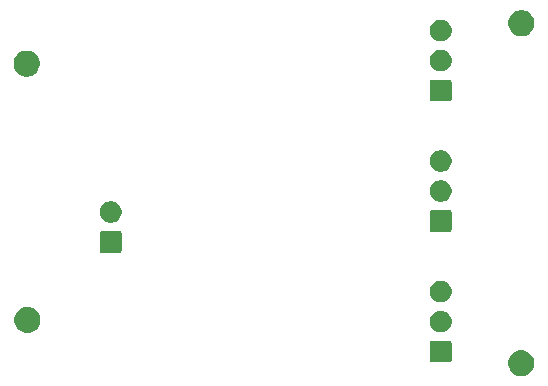
<source format=gbr>
G04 #@! TF.GenerationSoftware,KiCad,Pcbnew,5.1.5-52549c5~84~ubuntu18.04.1*
G04 #@! TF.CreationDate,2020-02-07T18:48:43-05:00*
G04 #@! TF.ProjectId,ultrasonic,756c7472-6173-46f6-9e69-632e6b696361,rev?*
G04 #@! TF.SameCoordinates,Original*
G04 #@! TF.FileFunction,Soldermask,Bot*
G04 #@! TF.FilePolarity,Negative*
%FSLAX46Y46*%
G04 Gerber Fmt 4.6, Leading zero omitted, Abs format (unit mm)*
G04 Created by KiCad (PCBNEW 5.1.5-52549c5~84~ubuntu18.04.1) date 2020-02-07 18:48:43*
%MOMM*%
%LPD*%
G04 APERTURE LIST*
%ADD10C,0.100000*%
G04 APERTURE END LIST*
D10*
G36*
X144689995Y-119925756D02*
G01*
X144796350Y-119946911D01*
X144896534Y-119988409D01*
X144996720Y-120029907D01*
X145177044Y-120150395D01*
X145330405Y-120303756D01*
X145450893Y-120484080D01*
X145450893Y-120484081D01*
X145533889Y-120684450D01*
X145547780Y-120754287D01*
X145576200Y-120897160D01*
X145576200Y-121114040D01*
X145533889Y-121326749D01*
X145450893Y-121527120D01*
X145330405Y-121707444D01*
X145177044Y-121860805D01*
X144996720Y-121981293D01*
X144796350Y-122064289D01*
X144689994Y-122085445D01*
X144583640Y-122106600D01*
X144366760Y-122106600D01*
X144260406Y-122085445D01*
X144154050Y-122064289D01*
X143953680Y-121981293D01*
X143773356Y-121860805D01*
X143619995Y-121707444D01*
X143499507Y-121527120D01*
X143416511Y-121326749D01*
X143374200Y-121114040D01*
X143374200Y-120897160D01*
X143402620Y-120754287D01*
X143416511Y-120684450D01*
X143499507Y-120484081D01*
X143499507Y-120484080D01*
X143619995Y-120303756D01*
X143773356Y-120150395D01*
X143953680Y-120029907D01*
X144053866Y-119988409D01*
X144154050Y-119946911D01*
X144260405Y-119925756D01*
X144366760Y-119904600D01*
X144583640Y-119904600D01*
X144689995Y-119925756D01*
G37*
G36*
X138447561Y-119097966D02*
G01*
X138480383Y-119107923D01*
X138510632Y-119124092D01*
X138537148Y-119145852D01*
X138558908Y-119172368D01*
X138575077Y-119202617D01*
X138585034Y-119235439D01*
X138589000Y-119275713D01*
X138589000Y-120754287D01*
X138585034Y-120794561D01*
X138575077Y-120827383D01*
X138558908Y-120857632D01*
X138537148Y-120884148D01*
X138510632Y-120905908D01*
X138480383Y-120922077D01*
X138447561Y-120932034D01*
X138407287Y-120936000D01*
X136928713Y-120936000D01*
X136888439Y-120932034D01*
X136855617Y-120922077D01*
X136825368Y-120905908D01*
X136798852Y-120884148D01*
X136777092Y-120857632D01*
X136760923Y-120827383D01*
X136750966Y-120794561D01*
X136747000Y-120754287D01*
X136747000Y-119275713D01*
X136750966Y-119235439D01*
X136760923Y-119202617D01*
X136777092Y-119172368D01*
X136798852Y-119145852D01*
X136825368Y-119124092D01*
X136855617Y-119107923D01*
X136888439Y-119097966D01*
X136928713Y-119094000D01*
X138407287Y-119094000D01*
X138447561Y-119097966D01*
G37*
G36*
X102894295Y-116255456D02*
G01*
X103000650Y-116276611D01*
X103100834Y-116318109D01*
X103201020Y-116359607D01*
X103381344Y-116480095D01*
X103534705Y-116633456D01*
X103655193Y-116813780D01*
X103738189Y-117014151D01*
X103780500Y-117226860D01*
X103780500Y-117443740D01*
X103738189Y-117656449D01*
X103655193Y-117856820D01*
X103534705Y-118037144D01*
X103381344Y-118190505D01*
X103201020Y-118310993D01*
X103000650Y-118393989D01*
X102894294Y-118415145D01*
X102787940Y-118436300D01*
X102571060Y-118436300D01*
X102464706Y-118415145D01*
X102358350Y-118393989D01*
X102157980Y-118310993D01*
X101977656Y-118190505D01*
X101824295Y-118037144D01*
X101703807Y-117856820D01*
X101620811Y-117656449D01*
X101578500Y-117443740D01*
X101578500Y-117226860D01*
X101620811Y-117014151D01*
X101703807Y-116813780D01*
X101824295Y-116633456D01*
X101977656Y-116480095D01*
X102157980Y-116359607D01*
X102258166Y-116318109D01*
X102358350Y-116276611D01*
X102464705Y-116255456D01*
X102571060Y-116234300D01*
X102787940Y-116234300D01*
X102894295Y-116255456D01*
G37*
G36*
X137936645Y-116589393D02*
G01*
X138043021Y-116633456D01*
X138104257Y-116658821D01*
X138255103Y-116759613D01*
X138383387Y-116887897D01*
X138467746Y-117014150D01*
X138484180Y-117038745D01*
X138553607Y-117206355D01*
X138589000Y-117384288D01*
X138589000Y-117565712D01*
X138553607Y-117743645D01*
X138506728Y-117856819D01*
X138484179Y-117911257D01*
X138383387Y-118062103D01*
X138255103Y-118190387D01*
X138104257Y-118291179D01*
X138104256Y-118291180D01*
X138104255Y-118291180D01*
X137936645Y-118360607D01*
X137758712Y-118396000D01*
X137577288Y-118396000D01*
X137399355Y-118360607D01*
X137231745Y-118291180D01*
X137231744Y-118291180D01*
X137231743Y-118291179D01*
X137080897Y-118190387D01*
X136952613Y-118062103D01*
X136851821Y-117911257D01*
X136829272Y-117856819D01*
X136782393Y-117743645D01*
X136747000Y-117565712D01*
X136747000Y-117384288D01*
X136782393Y-117206355D01*
X136851820Y-117038745D01*
X136868254Y-117014150D01*
X136952613Y-116887897D01*
X137080897Y-116759613D01*
X137231743Y-116658821D01*
X137292979Y-116633456D01*
X137399355Y-116589393D01*
X137577288Y-116554000D01*
X137758712Y-116554000D01*
X137936645Y-116589393D01*
G37*
G36*
X137936645Y-114049393D02*
G01*
X138104255Y-114118820D01*
X138104257Y-114118821D01*
X138255103Y-114219613D01*
X138383387Y-114347897D01*
X138484179Y-114498743D01*
X138484180Y-114498745D01*
X138553607Y-114666355D01*
X138589000Y-114844288D01*
X138589000Y-115025712D01*
X138553607Y-115203645D01*
X138484180Y-115371255D01*
X138484179Y-115371257D01*
X138383387Y-115522103D01*
X138255103Y-115650387D01*
X138104257Y-115751179D01*
X138104256Y-115751180D01*
X138104255Y-115751180D01*
X137936645Y-115820607D01*
X137758712Y-115856000D01*
X137577288Y-115856000D01*
X137399355Y-115820607D01*
X137231745Y-115751180D01*
X137231744Y-115751180D01*
X137231743Y-115751179D01*
X137080897Y-115650387D01*
X136952613Y-115522103D01*
X136851821Y-115371257D01*
X136851820Y-115371255D01*
X136782393Y-115203645D01*
X136747000Y-115025712D01*
X136747000Y-114844288D01*
X136782393Y-114666355D01*
X136851820Y-114498745D01*
X136851821Y-114498743D01*
X136952613Y-114347897D01*
X137080897Y-114219613D01*
X137231743Y-114118821D01*
X137231745Y-114118820D01*
X137399355Y-114049393D01*
X137577288Y-114014000D01*
X137758712Y-114014000D01*
X137936645Y-114049393D01*
G37*
G36*
X110507561Y-109826966D02*
G01*
X110540383Y-109836923D01*
X110570632Y-109853092D01*
X110597148Y-109874852D01*
X110618908Y-109901368D01*
X110635077Y-109931617D01*
X110645034Y-109964439D01*
X110649000Y-110004713D01*
X110649000Y-111483287D01*
X110645034Y-111523561D01*
X110635077Y-111556383D01*
X110618908Y-111586632D01*
X110597148Y-111613148D01*
X110570632Y-111634908D01*
X110540383Y-111651077D01*
X110507561Y-111661034D01*
X110467287Y-111665000D01*
X108988713Y-111665000D01*
X108948439Y-111661034D01*
X108915617Y-111651077D01*
X108885368Y-111634908D01*
X108858852Y-111613148D01*
X108837092Y-111586632D01*
X108820923Y-111556383D01*
X108810966Y-111523561D01*
X108807000Y-111483287D01*
X108807000Y-110004713D01*
X108810966Y-109964439D01*
X108820923Y-109931617D01*
X108837092Y-109901368D01*
X108858852Y-109874852D01*
X108885368Y-109853092D01*
X108915617Y-109836923D01*
X108948439Y-109826966D01*
X108988713Y-109823000D01*
X110467287Y-109823000D01*
X110507561Y-109826966D01*
G37*
G36*
X138447561Y-108048966D02*
G01*
X138480383Y-108058923D01*
X138510632Y-108075092D01*
X138537148Y-108096852D01*
X138558908Y-108123368D01*
X138575077Y-108153617D01*
X138585034Y-108186439D01*
X138589000Y-108226713D01*
X138589000Y-109705287D01*
X138585034Y-109745561D01*
X138575077Y-109778383D01*
X138558908Y-109808632D01*
X138537148Y-109835148D01*
X138510632Y-109856908D01*
X138480383Y-109873077D01*
X138447561Y-109883034D01*
X138407287Y-109887000D01*
X136928713Y-109887000D01*
X136888439Y-109883034D01*
X136855617Y-109873077D01*
X136825368Y-109856908D01*
X136798852Y-109835148D01*
X136777092Y-109808632D01*
X136760923Y-109778383D01*
X136750966Y-109745561D01*
X136747000Y-109705287D01*
X136747000Y-108226713D01*
X136750966Y-108186439D01*
X136760923Y-108153617D01*
X136777092Y-108123368D01*
X136798852Y-108096852D01*
X136825368Y-108075092D01*
X136855617Y-108058923D01*
X136888439Y-108048966D01*
X136928713Y-108045000D01*
X138407287Y-108045000D01*
X138447561Y-108048966D01*
G37*
G36*
X109996645Y-107318393D02*
G01*
X110164255Y-107387820D01*
X110164257Y-107387821D01*
X110315103Y-107488613D01*
X110443387Y-107616897D01*
X110544179Y-107767743D01*
X110544180Y-107767745D01*
X110613607Y-107935355D01*
X110649000Y-108113288D01*
X110649000Y-108294712D01*
X110613607Y-108472645D01*
X110544180Y-108640255D01*
X110544179Y-108640257D01*
X110443387Y-108791103D01*
X110315103Y-108919387D01*
X110164257Y-109020179D01*
X110164256Y-109020180D01*
X110164255Y-109020180D01*
X109996645Y-109089607D01*
X109818712Y-109125000D01*
X109637288Y-109125000D01*
X109459355Y-109089607D01*
X109291745Y-109020180D01*
X109291744Y-109020180D01*
X109291743Y-109020179D01*
X109140897Y-108919387D01*
X109012613Y-108791103D01*
X108911821Y-108640257D01*
X108911820Y-108640255D01*
X108842393Y-108472645D01*
X108807000Y-108294712D01*
X108807000Y-108113288D01*
X108842393Y-107935355D01*
X108911820Y-107767745D01*
X108911821Y-107767743D01*
X109012613Y-107616897D01*
X109140897Y-107488613D01*
X109291743Y-107387821D01*
X109291745Y-107387820D01*
X109459355Y-107318393D01*
X109637288Y-107283000D01*
X109818712Y-107283000D01*
X109996645Y-107318393D01*
G37*
G36*
X137936645Y-105540393D02*
G01*
X138104255Y-105609820D01*
X138104257Y-105609821D01*
X138255103Y-105710613D01*
X138383387Y-105838897D01*
X138484179Y-105989743D01*
X138484180Y-105989745D01*
X138553607Y-106157355D01*
X138589000Y-106335288D01*
X138589000Y-106516712D01*
X138553607Y-106694645D01*
X138484180Y-106862255D01*
X138484179Y-106862257D01*
X138383387Y-107013103D01*
X138255103Y-107141387D01*
X138104257Y-107242179D01*
X138104256Y-107242180D01*
X138104255Y-107242180D01*
X137936645Y-107311607D01*
X137758712Y-107347000D01*
X137577288Y-107347000D01*
X137399355Y-107311607D01*
X137231745Y-107242180D01*
X137231744Y-107242180D01*
X137231743Y-107242179D01*
X137080897Y-107141387D01*
X136952613Y-107013103D01*
X136851821Y-106862257D01*
X136851820Y-106862255D01*
X136782393Y-106694645D01*
X136747000Y-106516712D01*
X136747000Y-106335288D01*
X136782393Y-106157355D01*
X136851820Y-105989745D01*
X136851821Y-105989743D01*
X136952613Y-105838897D01*
X137080897Y-105710613D01*
X137231743Y-105609821D01*
X137231745Y-105609820D01*
X137399355Y-105540393D01*
X137577288Y-105505000D01*
X137758712Y-105505000D01*
X137936645Y-105540393D01*
G37*
G36*
X137936645Y-103000393D02*
G01*
X138104255Y-103069820D01*
X138104257Y-103069821D01*
X138255103Y-103170613D01*
X138383387Y-103298897D01*
X138484179Y-103449743D01*
X138484180Y-103449745D01*
X138553607Y-103617355D01*
X138589000Y-103795288D01*
X138589000Y-103976712D01*
X138553607Y-104154645D01*
X138484180Y-104322255D01*
X138484179Y-104322257D01*
X138383387Y-104473103D01*
X138255103Y-104601387D01*
X138104257Y-104702179D01*
X138104256Y-104702180D01*
X138104255Y-104702180D01*
X137936645Y-104771607D01*
X137758712Y-104807000D01*
X137577288Y-104807000D01*
X137399355Y-104771607D01*
X137231745Y-104702180D01*
X137231744Y-104702180D01*
X137231743Y-104702179D01*
X137080897Y-104601387D01*
X136952613Y-104473103D01*
X136851821Y-104322257D01*
X136851820Y-104322255D01*
X136782393Y-104154645D01*
X136747000Y-103976712D01*
X136747000Y-103795288D01*
X136782393Y-103617355D01*
X136851820Y-103449745D01*
X136851821Y-103449743D01*
X136952613Y-103298897D01*
X137080897Y-103170613D01*
X137231743Y-103069821D01*
X137231745Y-103069820D01*
X137399355Y-103000393D01*
X137577288Y-102965000D01*
X137758712Y-102965000D01*
X137936645Y-103000393D01*
G37*
G36*
X138447561Y-96999966D02*
G01*
X138480383Y-97009923D01*
X138510632Y-97026092D01*
X138537148Y-97047852D01*
X138558908Y-97074368D01*
X138575077Y-97104617D01*
X138585034Y-97137439D01*
X138589000Y-97177713D01*
X138589000Y-98656287D01*
X138585034Y-98696561D01*
X138575077Y-98729383D01*
X138558908Y-98759632D01*
X138537148Y-98786148D01*
X138510632Y-98807908D01*
X138480383Y-98824077D01*
X138447561Y-98834034D01*
X138407287Y-98838000D01*
X136928713Y-98838000D01*
X136888439Y-98834034D01*
X136855617Y-98824077D01*
X136825368Y-98807908D01*
X136798852Y-98786148D01*
X136777092Y-98759632D01*
X136760923Y-98729383D01*
X136750966Y-98696561D01*
X136747000Y-98656287D01*
X136747000Y-97177713D01*
X136750966Y-97137439D01*
X136760923Y-97104617D01*
X136777092Y-97074368D01*
X136798852Y-97047852D01*
X136825368Y-97026092D01*
X136855617Y-97009923D01*
X136888439Y-96999966D01*
X136928713Y-96996000D01*
X138407287Y-96996000D01*
X138447561Y-96999966D01*
G37*
G36*
X102830794Y-94551155D02*
G01*
X102937150Y-94572311D01*
X103037334Y-94613809D01*
X103137520Y-94655307D01*
X103317844Y-94775795D01*
X103471205Y-94929156D01*
X103591693Y-95109480D01*
X103591693Y-95109481D01*
X103664930Y-95286289D01*
X103674689Y-95309851D01*
X103717000Y-95522560D01*
X103717000Y-95739440D01*
X103674689Y-95952149D01*
X103591693Y-96152520D01*
X103471205Y-96332844D01*
X103317844Y-96486205D01*
X103137520Y-96606693D01*
X103037334Y-96648191D01*
X102937150Y-96689689D01*
X102830795Y-96710844D01*
X102724440Y-96732000D01*
X102507560Y-96732000D01*
X102401206Y-96710845D01*
X102294850Y-96689689D01*
X102194666Y-96648191D01*
X102094480Y-96606693D01*
X101914156Y-96486205D01*
X101760795Y-96332844D01*
X101640307Y-96152520D01*
X101557311Y-95952149D01*
X101515000Y-95739440D01*
X101515000Y-95522560D01*
X101557311Y-95309851D01*
X101567071Y-95286289D01*
X101640307Y-95109481D01*
X101640307Y-95109480D01*
X101760795Y-94929156D01*
X101914156Y-94775795D01*
X102094480Y-94655307D01*
X102194666Y-94613809D01*
X102294850Y-94572311D01*
X102401205Y-94551156D01*
X102507560Y-94530000D01*
X102724440Y-94530000D01*
X102830794Y-94551155D01*
G37*
G36*
X137936645Y-94491393D02*
G01*
X138104255Y-94560820D01*
X138104257Y-94560821D01*
X138255103Y-94661613D01*
X138383387Y-94789897D01*
X138484179Y-94940743D01*
X138484180Y-94940745D01*
X138553607Y-95108355D01*
X138589000Y-95286288D01*
X138589000Y-95467712D01*
X138553607Y-95645645D01*
X138514756Y-95739439D01*
X138484179Y-95813257D01*
X138383387Y-95964103D01*
X138255103Y-96092387D01*
X138104257Y-96193179D01*
X138104256Y-96193180D01*
X138104255Y-96193180D01*
X137936645Y-96262607D01*
X137758712Y-96298000D01*
X137577288Y-96298000D01*
X137399355Y-96262607D01*
X137231745Y-96193180D01*
X137231744Y-96193180D01*
X137231743Y-96193179D01*
X137080897Y-96092387D01*
X136952613Y-95964103D01*
X136851821Y-95813257D01*
X136821244Y-95739439D01*
X136782393Y-95645645D01*
X136747000Y-95467712D01*
X136747000Y-95286288D01*
X136782393Y-95108355D01*
X136851820Y-94940745D01*
X136851821Y-94940743D01*
X136952613Y-94789897D01*
X137080897Y-94661613D01*
X137231743Y-94560821D01*
X137231745Y-94560820D01*
X137399355Y-94491393D01*
X137577288Y-94456000D01*
X137758712Y-94456000D01*
X137936645Y-94491393D01*
G37*
G36*
X137936645Y-91951393D02*
G01*
X138104255Y-92020820D01*
X138104257Y-92020821D01*
X138255103Y-92121613D01*
X138383387Y-92249897D01*
X138484179Y-92400743D01*
X138484180Y-92400745D01*
X138553607Y-92568355D01*
X138589000Y-92746288D01*
X138589000Y-92927712D01*
X138553607Y-93105645D01*
X138523763Y-93177693D01*
X138484179Y-93273257D01*
X138383387Y-93424103D01*
X138255103Y-93552387D01*
X138104257Y-93653179D01*
X138104256Y-93653180D01*
X138104255Y-93653180D01*
X137936645Y-93722607D01*
X137758712Y-93758000D01*
X137577288Y-93758000D01*
X137399355Y-93722607D01*
X137231745Y-93653180D01*
X137231744Y-93653180D01*
X137231743Y-93653179D01*
X137080897Y-93552387D01*
X136952613Y-93424103D01*
X136851821Y-93273257D01*
X136812237Y-93177693D01*
X136782393Y-93105645D01*
X136747000Y-92927712D01*
X136747000Y-92746288D01*
X136782393Y-92568355D01*
X136851820Y-92400745D01*
X136851821Y-92400743D01*
X136952613Y-92249897D01*
X137080897Y-92121613D01*
X137231743Y-92020821D01*
X137231745Y-92020820D01*
X137399355Y-91951393D01*
X137577288Y-91916000D01*
X137758712Y-91916000D01*
X137936645Y-91951393D01*
G37*
G36*
X144715394Y-91122155D02*
G01*
X144821750Y-91143311D01*
X144921934Y-91184809D01*
X145022120Y-91226307D01*
X145202444Y-91346795D01*
X145355805Y-91500156D01*
X145476293Y-91680480D01*
X145559289Y-91880851D01*
X145601600Y-92093560D01*
X145601600Y-92310440D01*
X145559289Y-92523149D01*
X145476293Y-92723520D01*
X145355805Y-92903844D01*
X145202444Y-93057205D01*
X145022120Y-93177693D01*
X144821750Y-93260689D01*
X144715395Y-93281844D01*
X144609040Y-93303000D01*
X144392160Y-93303000D01*
X144285805Y-93281844D01*
X144179450Y-93260689D01*
X143979080Y-93177693D01*
X143798756Y-93057205D01*
X143645395Y-92903844D01*
X143524907Y-92723520D01*
X143441911Y-92523149D01*
X143399600Y-92310440D01*
X143399600Y-92093560D01*
X143441911Y-91880851D01*
X143524907Y-91680480D01*
X143645395Y-91500156D01*
X143798756Y-91346795D01*
X143979080Y-91226307D01*
X144079266Y-91184809D01*
X144179450Y-91143311D01*
X144285806Y-91122155D01*
X144392160Y-91101000D01*
X144609040Y-91101000D01*
X144715394Y-91122155D01*
G37*
M02*

</source>
